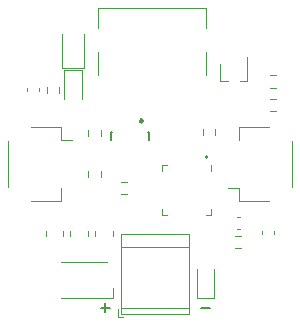
<source format=gbr>
%TF.GenerationSoftware,KiCad,Pcbnew,(5.1.7-0-10_14)*%
%TF.CreationDate,2020-10-21T09:17:32+08:00*%
%TF.ProjectId,STUSB4500_Breakout,53545553-4234-4353-9030-5f427265616b,rev?*%
%TF.SameCoordinates,Original*%
%TF.FileFunction,Legend,Top*%
%TF.FilePolarity,Positive*%
%FSLAX46Y46*%
G04 Gerber Fmt 4.6, Leading zero omitted, Abs format (unit mm)*
G04 Created by KiCad (PCBNEW (5.1.7-0-10_14)) date 2020-10-21 09:17:32*
%MOMM*%
%LPD*%
G01*
G04 APERTURE LIST*
%ADD10C,0.150000*%
%ADD11C,0.120000*%
%ADD12C,0.250000*%
G04 APERTURE END LIST*
D10*
X118080952Y-60971428D02*
X117319047Y-60971428D01*
X117700000Y-61352380D02*
X117700000Y-60590476D01*
X126580952Y-60971428D02*
X125819047Y-60971428D01*
D11*
X126441421Y-48200000D02*
G75*
G03*
X126441421Y-48200000I-141421J0D01*
G01*
%TO.C,R2*%
X113822500Y-42245276D02*
X113822500Y-42754724D01*
X112777500Y-42245276D02*
X112777500Y-42754724D01*
%TO.C,C1*%
X112110000Y-42646267D02*
X112110000Y-42353733D01*
X111090000Y-42646267D02*
X111090000Y-42353733D01*
%TO.C,R6*%
X132154724Y-42322500D02*
X131645276Y-42322500D01*
X132154724Y-41277500D02*
X131645276Y-41277500D01*
%TO.C,U1*%
X126710000Y-49365000D02*
X126710000Y-48890000D01*
X122490000Y-53110000D02*
X122965000Y-53110000D01*
X122490000Y-52635000D02*
X122490000Y-53110000D01*
X122490000Y-48890000D02*
X122965000Y-48890000D01*
X122490000Y-49365000D02*
X122490000Y-48890000D01*
X126710000Y-53110000D02*
X126235000Y-53110000D01*
X126710000Y-52635000D02*
X126710000Y-53110000D01*
%TO.C,J1*%
X117120000Y-35615000D02*
X126280000Y-35615000D01*
X126280000Y-35615000D02*
X126280000Y-37320000D01*
X117120000Y-37320000D02*
X117120000Y-35615000D01*
X117120000Y-39330000D02*
X117120000Y-41250000D01*
X126280000Y-41250000D02*
X126280000Y-39330000D01*
%TO.C,D1*%
X128100000Y-41730000D02*
X127440000Y-41730000D01*
X129760000Y-41730000D02*
X129100000Y-41730000D01*
X129760000Y-41730000D02*
X129760000Y-39700000D01*
X127440000Y-40320000D02*
X127440000Y-41730000D01*
%TO.C,C2*%
X128853733Y-54310000D02*
X129146267Y-54310000D01*
X128853733Y-53290000D02*
X129146267Y-53290000D01*
%TO.C,C3*%
X130990000Y-54746267D02*
X130990000Y-54453733D01*
X132010000Y-54746267D02*
X132010000Y-54453733D01*
%TO.C,C4*%
X115960000Y-40660000D02*
X115960000Y-37800000D01*
X114040000Y-40660000D02*
X115960000Y-40660000D01*
X114040000Y-37800000D02*
X114040000Y-40660000D01*
%TO.C,D3*%
X115735000Y-43300000D02*
X115735000Y-40840000D01*
X115735000Y-40840000D02*
X114265000Y-40840000D01*
X114265000Y-40840000D02*
X114265000Y-43300000D01*
%TO.C,D4*%
X126935000Y-60160000D02*
X126935000Y-57700000D01*
X125465000Y-60160000D02*
X126935000Y-60160000D01*
X125465000Y-57700000D02*
X125465000Y-60160000D01*
%TO.C,D5*%
X117850000Y-57100000D02*
X113950000Y-57100000D01*
X118400044Y-60100000D02*
X113950000Y-60100000D01*
X118400000Y-59300000D02*
X118400000Y-60100000D01*
%TO.C,J2*%
X109475000Y-46860000D02*
X109475000Y-50740000D01*
X113945000Y-51910000D02*
X113945000Y-50860000D01*
X111445000Y-51910000D02*
X113945000Y-51910000D01*
X113945000Y-46740000D02*
X114935000Y-46740000D01*
X113945000Y-45690000D02*
X113945000Y-46740000D01*
X111445000Y-45690000D02*
X113945000Y-45690000D01*
%TO.C,J3*%
X131575000Y-51910000D02*
X129075000Y-51910000D01*
X129075000Y-51910000D02*
X129075000Y-50860000D01*
X129075000Y-50860000D02*
X128085000Y-50860000D01*
X131575000Y-45690000D02*
X129075000Y-45690000D01*
X129075000Y-45690000D02*
X129075000Y-46740000D01*
X133545000Y-50740000D02*
X133545000Y-46860000D01*
%TO.C,J4*%
X118800000Y-61710000D02*
X119200000Y-61710000D01*
X118800000Y-61070000D02*
X118800000Y-61710000D01*
X124820000Y-54730000D02*
X124820000Y-61470000D01*
X119040000Y-54730000D02*
X119040000Y-61470000D01*
X119040000Y-61470000D02*
X124820000Y-61470000D01*
X119040000Y-54730000D02*
X124820000Y-54730000D01*
X119040000Y-55850000D02*
X124820000Y-55850000D01*
X119040000Y-60950000D02*
X124820000Y-60950000D01*
D12*
%TO.C,Q1*%
X120900000Y-45150000D02*
G75*
G03*
X120900000Y-45150000I-125000J0D01*
G01*
D10*
X121425000Y-46100000D02*
X121425000Y-46774999D01*
X118250000Y-46100000D02*
X118175000Y-46100000D01*
X121425000Y-46100000D02*
X121350000Y-46100000D01*
X118175000Y-46100000D02*
X118175000Y-46774999D01*
D11*
%TO.C,R1*%
X117322500Y-45945276D02*
X117322500Y-46454724D01*
X116277500Y-45945276D02*
X116277500Y-46454724D01*
%TO.C,R3*%
X116277500Y-49345276D02*
X116277500Y-49854724D01*
X117322500Y-49345276D02*
X117322500Y-49854724D01*
%TO.C,R4*%
X119045276Y-51322500D02*
X119554724Y-51322500D01*
X119045276Y-50277500D02*
X119554724Y-50277500D01*
%TO.C,R5*%
X132154724Y-43277500D02*
X131645276Y-43277500D01*
X132154724Y-44322500D02*
X131645276Y-44322500D01*
%TO.C,R7*%
X129254724Y-55922500D02*
X128745276Y-55922500D01*
X129254724Y-54877500D02*
X128745276Y-54877500D01*
%TO.C,R8*%
X125977500Y-45845276D02*
X125977500Y-46354724D01*
X127022500Y-45845276D02*
X127022500Y-46354724D01*
%TO.C,R9*%
X118335000Y-54927064D02*
X118335000Y-54472936D01*
X116865000Y-54927064D02*
X116865000Y-54472936D01*
%TO.C,R10*%
X114765000Y-54927064D02*
X114765000Y-54472936D01*
X116235000Y-54927064D02*
X116235000Y-54472936D01*
%TO.C,R11*%
X114135000Y-54927064D02*
X114135000Y-54472936D01*
X112665000Y-54927064D02*
X112665000Y-54472936D01*
%TD*%
M02*

</source>
